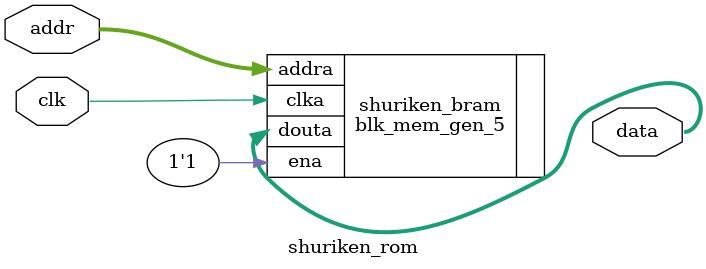
<source format=sv>

module shuriken_rom (
    input  logic        clk,
    input  logic [9:0]  addr,     // 10-bit address for 1024 words
    output logic [11:0] data      // 12-bit RGB444 pixel data
);

    // Instantiate BRAM (blk_mem_gen_5, 1024 x 12-bit)
    blk_mem_gen_5 shuriken_bram (
        .clka(clk),
        .ena(1'b1),
        .addra(addr),
        .douta(data)
    );

endmodule

</source>
